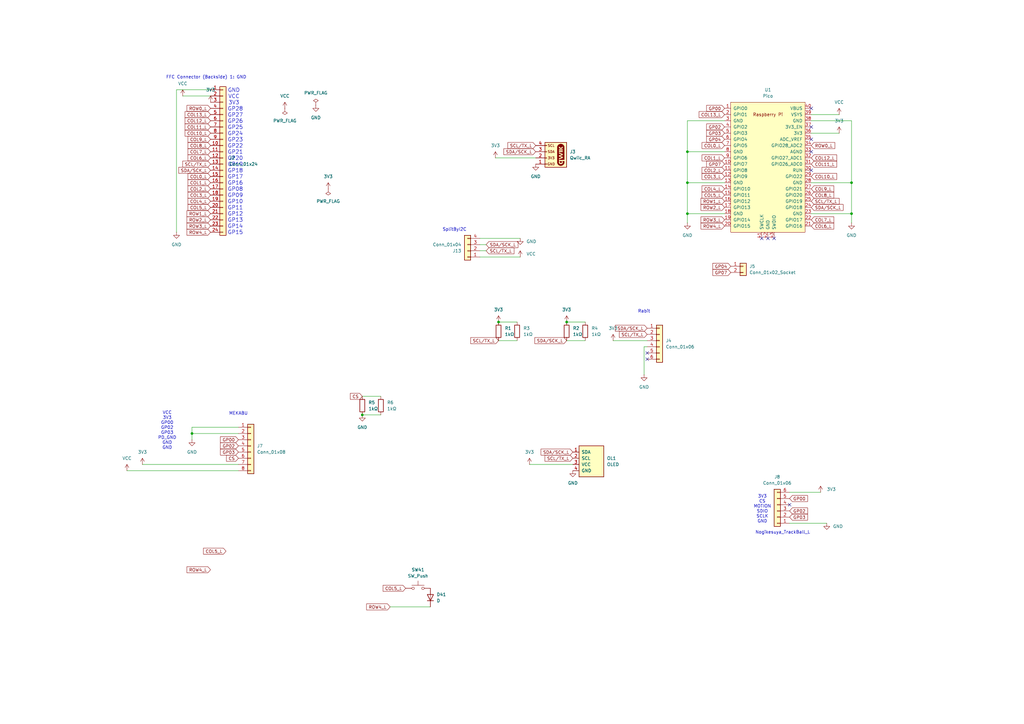
<source format=kicad_sch>
(kicad_sch (version 20250114) (generator "eeschema") (generator_version "9.0")
  (paper "A3")
  (lib_symbols
    (symbol "BrownSugar_KBD:OLED" (pin_names (offset 1.016))
      (property "Reference" "OL" (at 0 7.62 0))
      (property "Value" "OLED" (at 0 -7.62 0))
      (symbol "OLED_0_1"
        (rectangle (start -5.08 6.35) (end 5.08 -6.35) (stroke (width 0.254)) (fill (type background)))
      )
      (symbol "OLED_1_1"
        (pin bidirectional line (at -7.62 3.81 0) (length 2.54) (name "SDA") (number "1"))
        (pin bidirectional line (at -7.62 1.27 0) (length 2.54) (name "SCL") (number "2"))
        (pin power_in line (at -7.62 -1.27 0) (length 2.54) (name "VCC") (number "3"))
        (pin power_in line (at -7.62 -3.81 0) (length 2.54) (name "GND") (number "4"))
      )
    )
    (symbol "Connector_Generic:Conn_01x02" (pin_names (offset 1.016) (hide yes))
      (property "Reference" "J" (at 0 2.54 0))
      (property "Value" "Conn_01x02" (at 0 -5.08 0))
      (symbol "Conn_01x02_1_1"
        (rectangle (start -1.27 1.27) (end 1.27 -3.81) (stroke (width 0.254)) (fill (type background)))
        (rectangle (start -1.27 0.127) (end 0 -0.127) (stroke (width 0.1524)))
        (rectangle (start -1.27 -2.413) (end 0 -2.667) (stroke (width 0.1524)))
        (pin passive line (at -5.08 0 0) (length 3.81) (name "Pin_1") (number "1"))
        (pin passive line (at -5.08 -2.54 0) (length 3.81) (name "Pin_2") (number "2"))
      )
    )
    (symbol "Connector_Generic:Conn_01x04" (pin_names (offset 1.016) (hide yes))
      (property "Reference" "J" (at 0 5.08 0))
      (property "Value" "Conn_01x04" (at 0 -7.62 0))
      (symbol "Conn_01x04_1_1"
        (rectangle (start -1.27 3.81) (end 1.27 -6.35) (stroke (width 0.254)) (fill (type background)))
        (rectangle (start -1.27 2.667) (end 0 2.413) (stroke (width 0.1524)))
        (rectangle (start -1.27 0.127) (end 0 -0.127) (stroke (width 0.1524)))
        (rectangle (start -1.27 -2.413) (end 0 -2.667) (stroke (width 0.1524)))
        (rectangle (start -1.27 -4.953) (end 0 -5.207) (stroke (width 0.1524)))
        (pin passive line (at -5.08 2.54 0) (length 3.81) (name "Pin_1") (number "1"))
        (pin passive line (at -5.08 0 0) (length 3.81) (name "Pin_2") (number "2"))
        (pin passive line (at -5.08 -2.54 0) (length 3.81) (name "Pin_3") (number "3"))
        (pin passive line (at -5.08 -5.08 0) (length 3.81) (name "Pin_4") (number "4"))
      )
    )
    (symbol "Connector_Generic:Conn_01x06" (pin_names (offset 1.016) (hide yes))
      (property "Reference" "J" (at 0 7.62 0))
      (property "Value" "Conn_01x06" (at 0 -10.16 0))
      (symbol "Conn_01x06_1_1"
        (rectangle (start -1.27 6.35) (end 1.27 -8.89) (stroke (width 0.254)) (fill (type background)))
        (rectangle (start -1.27 5.207) (end 0 4.953) (stroke (width 0.1524)))
        (rectangle (start -1.27 2.667) (end 0 2.413) (stroke (width 0.1524)))
        (rectangle (start -1.27 0.127) (end 0 -0.127) (stroke (width 0.1524)))
        (rectangle (start -1.27 -2.413) (end 0 -2.667) (stroke (width 0.1524)))
        (rectangle (start -1.27 -4.953) (end 0 -5.207) (stroke (width 0.1524)))
        (rectangle (start -1.27 -7.493) (end 0 -7.747) (stroke (width 0.1524)))
        (pin passive line (at -5.08 5.08 0) (length 3.81) (name "Pin_1") (number "1"))
        (pin passive line (at -5.08 2.54 0) (length 3.81) (name "Pin_2") (number "2"))
        (pin passive line (at -5.08 0 0) (length 3.81) (name "Pin_3") (number "3"))
        (pin passive line (at -5.08 -2.54 0) (length 3.81) (name "Pin_4") (number "4"))
        (pin passive line (at -5.08 -5.08 0) (length 3.81) (name "Pin_5") (number "5"))
        (pin passive line (at -5.08 -7.62 0) (length 3.81) (name "Pin_6") (number "6"))
      )
    )
    (symbol "Connector_Generic:Conn_01x08" (pin_names (offset 1.016) (hide yes))
      (property "Reference" "J" (at 0 10.16 0))
      (property "Value" "Conn_01x08" (at 0 -12.7 0))
      (symbol "Conn_01x08_1_1"
        (rectangle (start -1.27 8.89) (end 1.27 -11.43) (stroke (width 0.254)) (fill (type background)))
        (rectangle (start -1.27 7.747) (end 0 7.493) (stroke (width 0.1524)))
        (rectangle (start -1.27 5.207) (end 0 4.953) (stroke (width 0.1524)))
        (rectangle (start -1.27 2.667) (end 0 2.413) (stroke (width 0.1524)))
        (rectangle (start -1.27 0.127) (end 0 -0.127) (stroke (width 0.1524)))
        (rectangle (start -1.27 -2.413) (end 0 -2.667) (stroke (width 0.1524)))
        (rectangle (start -1.27 -4.953) (end 0 -5.207) (stroke (width 0.1524)))
        (rectangle (start -1.27 -7.493) (end 0 -7.747) (stroke (width 0.1524)))
        (rectangle (start -1.27 -10.033) (end 0 -10.287) (stroke (width 0.1524)))
        (pin passive line (at -5.08 7.62 0) (length 3.81) (name "Pin_1") (number "1"))
        (pin passive line (at -5.08 5.08 0) (length 3.81) (name "Pin_2") (number "2"))
        (pin passive line (at -5.08 2.54 0) (length 3.81) (name "Pin_3") (number "3"))
        (pin passive line (at -5.08 0 0) (length 3.81) (name "Pin_4") (number "4"))
        (pin passive line (at -5.08 -2.54 0) (length 3.81) (name "Pin_5") (number "5"))
        (pin passive line (at -5.08 -5.08 0) (length 3.81) (name "Pin_6") (number "6"))
        (pin passive line (at -5.08 -7.62 0) (length 3.81) (name "Pin_7") (number "7"))
        (pin passive line (at -5.08 -10.16 0) (length 3.81) (name "Pin_8") (number "8"))
      )
    )
    (symbol "Connector_Generic:Conn_01x24" (pin_names (offset 1.016) (hide yes))
      (property "Reference" "J" (at 0 30.48 0))
      (property "Value" "Conn_01x24" (at 0 -33.02 0))
      (symbol "Conn_01x24_1_1"
        (rectangle (start -1.27 29.21) (end 1.27 -31.75) (stroke (width 0.254)) (fill (type background)))
        (rectangle (start -1.27 28.067) (end 0 27.813) (stroke (width 0.1524)))
        (rectangle (start -1.27 25.527) (end 0 25.273) (stroke (width 0.1524)))
        (rectangle (start -1.27 22.987) (end 0 22.733) (stroke (width 0.1524)))
        (rectangle (start -1.27 20.447) (end 0 20.193) (stroke (width 0.1524)))
        (rectangle (start -1.27 17.907) (end 0 17.653) (stroke (width 0.1524)))
        (rectangle (start -1.27 15.367) (end 0 15.113) (stroke (width 0.1524)))
        (rectangle (start -1.27 12.827) (end 0 12.573) (stroke (width 0.1524)))
        (rectangle (start -1.27 10.287) (end 0 10.033) (stroke (width 0.1524)))
        (rectangle (start -1.27 7.747) (end 0 7.493) (stroke (width 0.1524)))
        (rectangle (start -1.27 5.207) (end 0 4.953) (stroke (width 0.1524)))
        (rectangle (start -1.27 2.667) (end 0 2.413) (stroke (width 0.1524)))
        (rectangle (start -1.27 0.127) (end 0 -0.127) (stroke (width 0.1524)))
        (rectangle (start -1.27 -2.413) (end 0 -2.667) (stroke (width 0.1524)))
        (rectangle (start -1.27 -4.953) (end 0 -5.207) (stroke (width 0.1524)))
        (rectangle (start -1.27 -7.493) (end 0 -7.747) (stroke (width 0.1524)))
        (rectangle (start -1.27 -10.033) (end 0 -10.287) (stroke (width 0.1524)))
        (rectangle (start -1.27 -12.573) (end 0 -12.827) (stroke (width 0.1524)))
        (rectangle (start -1.27 -15.113) (end 0 -15.367) (stroke (width 0.1524)))
        (rectangle (start -1.27 -17.653) (end 0 -17.907) (stroke (width 0.1524)))
        (rectangle (start -1.27 -20.193) (end 0 -20.447) (stroke (width 0.1524)))
        (rectangle (start -1.27 -22.733) (end 0 -22.987) (stroke (width 0.1524)))
        (rectangle (start -1.27 -25.273) (end 0 -25.527) (stroke (width 0.1524)))
        (rectangle (start -1.27 -27.813) (end 0 -28.067) (stroke (width 0.1524)))
        (rectangle (start -1.27 -30.353) (end 0 -30.607) (stroke (width 0.1524)))
        (pin passive line (at -5.08 27.94 0) (length 3.81) (name "Pin_1") (number "1"))
        (pin passive line (at -5.08 25.4 0) (length 3.81) (name "Pin_2") (number "2"))
        (pin passive line (at -5.08 22.86 0) (length 3.81) (name "Pin_3") (number "3"))
        (pin passive line (at -5.08 20.32 0) (length 3.81) (name "Pin_4") (number "4"))
        (pin passive line (at -5.08 17.78 0) (length 3.81) (name "Pin_5") (number "5"))
        (pin passive line (at -5.08 15.24 0) (length 3.81) (name "Pin_6") (number "6"))
        (pin passive line (at -5.08 12.7 0) (length 3.81) (name "Pin_7") (number "7"))
        (pin passive line (at -5.08 10.16 0) (length 3.81) (name "Pin_8") (number "8"))
        (pin passive line (at -5.08 7.62 0) (length 3.81) (name "Pin_9") (number "9"))
        (pin passive line (at -5.08 5.08 0) (length 3.81) (name "Pin_10") (number "10"))
        (pin passive line (at -5.08 2.54 0) (length 3.81) (name "Pin_11") (number "11"))
        (pin passive line (at -5.08 0 0) (length 3.81) (name "Pin_12") (number "12"))
        (pin passive line (at -5.08 -2.54 0) (length 3.81) (name "Pin_13") (number "13"))
        (pin passive line (at -5.08 -5.08 0) (length 3.81) (name "Pin_14") (number "14"))
        (pin passive line (at -5.08 -7.62 0) (length 3.81) (name "Pin_15") (number "15"))
        (pin passive line (at -5.08 -10.16 0) (length 3.81) (name "Pin_16") (number "16"))
        (pin passive line (at -5.08 -12.7 0) (length 3.81) (name "Pin_17") (number "17"))
        (pin passive line (at -5.08 -15.24 0) (length 3.81) (name "Pin_18") (number "18"))
        (pin passive line (at -5.08 -17.78 0) (length 3.81) (name "Pin_19") (number "19"))
        (pin passive line (at -5.08 -20.32 0) (length 3.81) (name "Pin_20") (number "20"))
        (pin passive line (at -5.08 -22.86 0) (length 3.81) (name "Pin_21") (number "21"))
        (pin passive line (at -5.08 -25.4 0) (length 3.81) (name "Pin_22") (number "22"))
        (pin passive line (at -5.08 -27.94 0) (length 3.81) (name "Pin_23") (number "23"))
        (pin passive line (at -5.08 -30.48 0) (length 3.81) (name "Pin_24") (number "24"))
      )
    )
    (symbol "Device:D" (pin_numbers (hide yes)) (pin_names (offset 1.016) (hide yes))
      (property "Reference" "D" (at 0 2.54 0))
      (property "Value" "D" (at 0 -2.54 0))
      (symbol "D_0_1"
        (polyline (pts (xy -1.27 1.27) (xy -1.27 -1.27)) (stroke (width 0.254)))
        (polyline (pts (xy 1.27 1.27) (xy 1.27 -1.27) (xy -1.27 0) (xy 1.27 1.27)) (stroke (width 0.254)))
        (polyline (pts (xy 1.27 0) (xy -1.27 0)))
      )
      (symbol "D_1_1"
        (pin passive line (at -3.81 0 0) (length 2.54) (name "K") (number "1"))
        (pin passive line (at 3.81 0 180) (length 2.54) (name "A") (number "2"))
      )
    )
    (symbol "Device:R" (pin_numbers (hide yes)) (pin_names (offset 0))
      (property "Reference" "R" (at 2.032 0 90))
      (property "Value" "R" (at 0 0 90))
      (symbol "R_0_1"
        (rectangle (start -1.016 -2.54) (end 1.016 2.54) (stroke (width 0.254)))
      )
      (symbol "R_1_1"
        (pin passive line (at 0 3.81 270) (length 1.27) (name "~") (number "1"))
        (pin passive line (at 0 -3.81 90) (length 1.27) (name "~") (number "2"))
      )
    )
    (symbol "RPi_Pico:Pico" (pin_names (offset 1.016))
      (property "Reference" "U" (at -13.97 27.94 0))
      (property "Value" "Pico" (at 0 19.05 0))
      (symbol "Pico_0_0"
        (text "Raspberry Pi" (at 0 21.59 0) (effects (font (size 1.27 1.27))))
      )
      (symbol "Pico_0_1"
        (rectangle (start -15.24 26.67) (end 15.24 -26.67) (fill (type background)))
      )
      (symbol "Pico_1_1"
        (pin bidirectional line (at -17.78 24.13 0) (length 2.54) (name "GPIO0") (number "1"))
        (pin bidirectional line (at -17.78 21.59 0) (length 2.54) (name "GPIO1") (number "2"))
        (pin power_in line (at -17.78 19.05 0) (length 2.54) (name "GND") (number "3"))
        (pin bidirectional line (at -17.78 16.51 0) (length 2.54) (name "GPIO2") (number "4"))
        (pin bidirectional line (at -17.78 13.97 0) (length 2.54) (name "GPIO3") (number "5"))
        (pin bidirectional line (at -17.78 11.43 0) (length 2.54) (name "GPIO4") (number "6"))
        (pin bidirectional line (at -17.78 8.89 0) (length 2.54) (name "GPIO5") (number "7"))
        (pin power_in line (at -17.78 6.35 0) (length 2.54) (name "GND") (number "8"))
        (pin bidirectional line (at -17.78 3.81 0) (length 2.54) (name "GPIO6") (number "9"))
        (pin bidirectional line (at -17.78 1.27 0) (length 2.54) (name "GPIO7") (number "10"))
        (pin bidirectional line (at -17.78 -1.27 0) (length 2.54) (name "GPIO8") (number "11"))
        (pin bidirectional line (at -17.78 -3.81 0) (length 2.54) (name "GPIO9") (number "12"))
        (pin power_in line (at -17.78 -6.35 0) (length 2.54) (name "GND") (number "13"))
        (pin bidirectional line (at -17.78 -8.89 0) (length 2.54) (name "GPIO10") (number "14"))
        (pin bidirectional line (at -17.78 -11.43 0) (length 2.54) (name "GPIO11") (number "15"))
        (pin bidirectional line (at -17.78 -13.97 0) (length 2.54) (name "GPIO12") (number "16"))
        (pin bidirectional line (at -17.78 -16.51 0) (length 2.54) (name "GPIO13") (number "17"))
        (pin power_in line (at -17.78 -19.05 0) (length 2.54) (name "GND") (number "18"))
        (pin bidirectional line (at -17.78 -21.59 0) (length 2.54) (name "GPIO14") (number "19"))
        (pin bidirectional line (at -17.78 -24.13 0) (length 2.54) (name "GPIO15") (number "20"))
        (pin input line (at -2.54 -29.21 90) (length 2.54) (name "SWCLK") (number "41"))
        (pin power_in line (at 0 -29.21 90) (length 2.54) (name "GND") (number "42"))
        (pin bidirectional line (at 2.54 -29.21 90) (length 2.54) (name "SWDIO") (number "43"))
        (pin unspecified line (at 17.78 24.13 180) (length 2.54) (name "VBUS") (number "40"))
        (pin unspecified line (at 17.78 21.59 180) (length 2.54) (name "VSYS") (number "39"))
        (pin bidirectional line (at 17.78 19.05 180) (length 2.54) (name "GND") (number "38"))
        (pin input line (at 17.78 16.51 180) (length 2.54) (name "3V3_EN") (number "37"))
        (pin unspecified line (at 17.78 13.97 180) (length 2.54) (name "3V3") (number "36"))
        (pin unspecified line (at 17.78 11.43 180) (length 2.54) (name "ADC_VREF") (number "35"))
        (pin bidirectional line (at 17.78 8.89 180) (length 2.54) (name "GPIO28_ADC2") (number "34"))
        (pin power_in line (at 17.78 6.35 180) (length 2.54) (name "AGND") (number "33"))
        (pin bidirectional line (at 17.78 3.81 180) (length 2.54) (name "GPIO27_ADC1") (number "32"))
        (pin bidirectional line (at 17.78 1.27 180) (length 2.54) (name "GPIO26_ADC0") (number "31"))
        (pin input line (at 17.78 -1.27 180) (length 2.54) (name "RUN") (number "30"))
        (pin bidirectional line (at 17.78 -3.81 180) (length 2.54) (name "GPIO22") (number "29"))
        (pin power_in line (at 17.78 -6.35 180) (length 2.54) (name "GND") (number "28"))
        (pin bidirectional line (at 17.78 -8.89 180) (length 2.54) (name "GPIO21") (number "27"))
        (pin bidirectional line (at 17.78 -11.43 180) (length 2.54) (name "GPIO20") (number "26"))
        (pin bidirectional line (at 17.78 -13.97 180) (length 2.54) (name "GPIO19") (number "25"))
        (pin bidirectional line (at 17.78 -16.51 180) (length 2.54) (name "GPIO18") (number "24"))
        (pin power_in line (at 17.78 -19.05 180) (length 2.54) (name "GND") (number "23"))
        (pin bidirectional line (at 17.78 -21.59 180) (length 2.54) (name "GPIO17") (number "22"))
        (pin bidirectional line (at 17.78 -24.13 180) (length 2.54) (name "GPIO16") (number "21"))
      )
    )
    (symbol "SparkFun-Connector:Qwiic_Right_Angle" (pin_names (offset 1.016) (hide yes))
      (property "Reference" "J" (at 0 5.08 0))
      (property "Value" "Qwiic_RA" (at 0 -7.62 0))
      (symbol "Qwiic_Right_Angle_0_0"
        (polyline (pts (xy 5.6514 -4.1459) (xy 5.6299 -4.0654) (xy 5.5924 -3.9985) (xy 5.5373 -3.9428) (xy 5.4632 -3.8962) (xy 5.4394 -3.8843) (xy 5.402 -3.8678) (xy 5.3681 -3.8578) (xy 5.3294 -3.8521) (xy 5.2774 -3.8485) (xy 5.2184 -3.8474) (xy 5.1227 -3.8564) (xy 5.0405 -3.8803) (xy 4.9695 -3.9199) (xy 4.9078 -3.9759) (xy 4.8937 -3.9923) (xy 4.8535 -4.0549) (xy 4.8308 -4.124) (xy 4.8237 -4.2048) (xy 4.8239 -4.222) (xy 4.8343 -4.3011) (xy 4.8608 -4.3692) (xy 4.9051 -4.4308) (xy 4.9328 -4.4589) (xy 5.0009 -4.509) (xy 5.0793 -4.5424) (xy 5.1699 -4.5595) (xy 5.2745 -4.5612) (xy 5.3262 -4.5564) (xy 5.4199 -4.5347) (xy 5.4992 -4.4971) (xy 5.5638 -4.444) (xy 5.6131 -4.3757) (xy 5.6467 -4.2926) (xy 5.65 -4.2788) (xy 5.656 -4.2325) (xy 5.6563 -4.1875) (xy 5.6514 -4.1459)) (stroke (width 0.01)) (fill (type outline)))
        (polyline (pts (xy 6.6693 -0.6791) (xy 6.666 1.9332) (xy 6.6418 2.0386) (xy 6.6301 2.0866) (xy 6.5791 2.2527) (xy 6.5141 2.404) (xy 6.4337 2.5432) (xy 6.3364 2.673) (xy 6.2208 2.7959) (xy 6.1699 2.8428) (xy 6.0305 2.9527) (xy 5.8839 3.0422) (xy 5.7295 3.1115) (xy 5.5668 3.1608) (xy 5.3953 3.1902) (xy 5.2146 3.1999) (xy 5.1695 3.1994) (xy 5.0056 3.1868) (xy 4.8507 3.1568) (xy 4.7006 3.1083) (xy 4.5508 3.0404) (xy 4.5104 3.0187) (xy 4.3609 2.9237) (xy 4.2262 2.8129) (xy 4.1067 2.6872) (xy 4.0032 2.5475) (xy 3.9162 2.3947) (xy 3.8466 2.2295) (xy 3.7947 2.0528) (xy 3.7931 2.0453) (xy 3.7912 2.0356) (xy 3.7895 2.0242) (xy 3.7879 2.0106) (xy 3.7864 1.9938) (xy 3.785 1.9733) (xy 3.7837 1.9481) (xy 3.7825 1.9176) (xy 3.7815 1.8811) (xy 3.7805 1.8377) (xy 3.7796 1.7868) (xy 3.7789 1.7275) (xy 3.7781 1.6592) (xy 3.7775 1.5811) (xy 3.777 1.4925) (xy 3.7765 1.3925) (xy 3.7761 1.2805) (xy 3.7757 1.1557) (xy 3.7754 1.0174) (xy 3.7751 0.8648) (xy 3.7749 0.6972) (xy 3.7748 0.5138) (xy 3.7746 0.3139) (xy 3.7745 0.0967) (xy 3.7745 -0.1385) (xy 3.7744 -0.3925) (xy 3.7744 -0.666) (xy 3.7744 -0.9597) (xy 3.7744 -1.2744) (xy 3.7744 -4.5147) (xy 3.8041 -4.6318) (xy 3.8237 -4.7026) (xy 3.8837 -4.868) (xy 3.9606 -5.0206) (xy 4.0556 -5.1623) (xy 4.1695 -5.2947) (xy 4.2945 -5.4115) (xy 4.4355 -5.5159) (xy 4.5859 -5.6007) (xy 4.7459 -5.6661) (xy 4.916 -5.7122) (xy 5.0965 -5.7394) (xy 5.2571 -5.7442) (xy 5.4226 -5.7293) (xy 5.5891 -5.6949) (xy 5.7533 -5.6416) (xy 5.8236 -5.6121) (xy 5.9729 -5.5329) (xy 6.1112 -5.4365) (xy 6.237 -5.3244) (xy 6.3494 -5.1984) (xy 6.4469 -5.0601) (xy 6.5284 -4.9112) (xy 6.5926 -4.7532) (xy 6.6384 -4.5879) (xy 6.6645 -4.4168) (xy 6.6652 -4.405) (xy 6.6664 -4.3703) (xy 6.6676 -4.3199) (xy 6.6687 -4.2572) (xy 6.6696 -4.1859) (xy 6.6703 -4.1097) (xy 6.6721 -3.846) (xy 6.2655 -3.846) (xy 5.8589 -3.846) (xy 5.9219 -3.9104) (xy 5.9349 -3.9241) (xy 6.0001 -4.0112) (xy 6.0471 -4.1097) (xy 6.0754 -4.2189) (xy 6.085 -4.338) (xy 6.0781 -4.4509) (xy 6.0523 -4.5755) (xy 6.0066 -4.6941) (xy 5.952 -4.7864) (xy 5.8765 -4.8752) (xy 5.7858 -4.9517) (xy 5.6826 -5.0132) (xy 5.6313 -5.0372) (xy 5.5644 -5.0638) (xy 5.4981 -5.0834) (xy 5.4249 -5.0981) (xy 5.3375 -5.1098) (xy 5.2452 -5.1158) (xy 5.122 -5.1113) (xy 5.0004 -5.0938) (xy 4.8864 -5.0641) (xy 4.7856 -5.0232) (xy 4.6831 -4.9619) (xy 4.5878 -4.8817) (xy 4.5089 -4.7878) (xy 4.4472 -4.6811) (xy 4.4036 -4.5627) (xy 4.4031 -4.5611) (xy 4.3912 -4.4987) (xy 4.3845 -4.4244) (xy 4.3831 -4.3446) (xy 4.3869 -4.2661) (xy 4.3957 -4.1956) (xy 4.4094 -4.1396) (xy 4.4322 -4.082) (xy 4.485 -3.9879) (xy 4.5552 -3.9031) (xy 4.6109 -3.846) (xy 4.5052 -3.846) (xy 4.3996 -3.846) (xy 4.3996 -3.5687) (xy 4.3996 -3.2914) (xy 4.405 -3.2914) (xy 4.405 -3.2023) (xy 4.4021 -2.9296) (xy 4.4018 -2.8964) (xy 4.4015 -2.8076) (xy 4.4023 -2.7393) (xy 4.4041 -2.6908) (xy 4.407 -2.6611) (xy 4.4111 -2.6495) (xy 4.4137 -2.6484) (xy 4.434 -2.6418) (xy 4.4723 -2.6298) (xy 4.5268 -2.6132) (xy 4.5954 -2.5924) (xy 4.6761 -2.5683) (xy 4.767 -2.5412) (xy 4.866 -2.5118) (xy 4.9713 -2.4808) (xy 5.0173 -2.4672) (xy 5.119 -2.4369) (xy 5.2131 -2.4086) (xy 5.2977 -2.3828) (xy 5.3709 -2.3601) (xy 5.4307 -2.3411) (xy 5.4753 -2.3264) (xy 5.5029 -2.3166) (xy 5.5114 -2.3123) (xy 5.505 -2.3098) (xy 5.4796 -2.3016) (xy 5.4371 -2.2885) (xy 5.3794 -2.2711) (xy 5.3088 -2.2502) (xy 5.2275 -2.2264) (xy 5.1375 -2.2002) (xy 5.0411 -2.1724) (xy 4.9851 -2.1562) (xy 4.8864 -2.1278) (xy 4.7926 -2.1007) (xy 4.7062 -2.0757) (xy 4.63 -2.0536) (xy 4.5666 -2.0351) (xy 4.5187 -2.0211) (xy 4.4891 -2.0123) (xy 4.3992 -1.9852) (xy 4.4021 -1.7229) (xy 4.405 -1.4606) (xy 4.5844 -1.4084) (xy 4.6163 -1.3992) (xy 4.7739 -1.3533) (xy 4.9121 -1.3131) (xy 5.0321 -1.278) (xy 5.1352 -1.2478) (xy 5.2224 -1.2221) (xy 5.2951 -1.2004) (xy 5.3545 -1.1824) (xy 5.4018 -1.1676) (xy 5.4382 -1.1558) (xy 5.465 -1.1465) (xy 5.4834 -1.1392) (xy 5.4945 -1.1338) (xy 5.4997 -1.1296) (xy 5.5001 -1.1264) (xy 5.497 -1.1238) (xy 5.4915 -1.1214) (xy 5.4896 -1.1207) (xy 5.4687 -1.114) (xy 5.4296 -1.1019) (xy 5.3743 -1.0851) (xy 5.3049 -1.0643) (xy 5.2237 -1.04) (xy 5.1326 -1.013) (xy 5.0339 -0.9838) (xy 4.9297 -0.9531) (xy 4.3996 -0.7973) (xy 4.3996 -0.533) (xy 4.3997 -0.479) (xy 4.4004 -0.4111) (xy 4.4015 -0.3532) (xy 4.4029 -0.3082) (xy 4.4047 -0.279) (xy 4.4066 -0.2687) (xy 4.409 -0.2694) (xy 4.4284 -0.2761) (xy 4.4661 -0.2895) (xy 4.5204 -0.309) (xy 4.5899 -0.3341) (xy 4.6729 -0.3642) (xy 4.7681 -0.3988) (xy 4.8737 -0.4372) (xy 4.9883 -0.479) (xy 5.1104 -0.5236) (xy 5.2384 -0.5703) (xy 6.0632 -0.872) (xy 6.0632 -0.1926) (xy 5.2314 -0.1926) (xy 4.3996 -0.1926) (xy 4.3996 0.0793) (xy 4.3996 0.3511) (xy 5.2314 0.3511) (xy 6.0632 0.3511) (xy 6.0632 0.4598) (xy 5.2314 0.4598) (xy 4.3996 0.4598) (xy 4.3996 0.7317) (xy 4.3996 1.0035) (xy 5.2314 1.0035) (xy 5.2368 1.0035) (xy 5.2368 1.1177) (xy 5.1465 1.1192) (xy 5.0667 1.1248) (xy 4.9975 1.1357) (xy 4.9332 1.1532) (xy 4.8683 1.1784) (xy 4.7971 1.2126) (xy 4.7662 1.2298) (xy 4.6808 1.2903) (xy 4.6008 1.3651) (xy 4.5314 1.4489) (xy 4.4781 1.5363) (xy 4.4686 1.5557) (xy 4.4306 1.6462) (xy 4.4052 1.7353) (xy 4.3905 1.8304) (xy 4.385 1.9386) (xy 4.3833 2.0745) (xy 4.6089 2.0775) (xy 4.8345 2.0804) (xy 4.8348 1.9959) (xy 4.8368 1.9483) (xy 4.8488 1.8858) (xy 4.8738 1.8316) (xy 4.9144 1.7788) (xy 4.9734 1.7289) (xy 5.0458 1.6921) (xy 5.1277 1.6689) (xy 5.215 1.6593) (xy 5.3038 1.6635) (xy 5.3902 1.6815) (xy 5.4702 1.7136) (xy 5.54 1.7597) (xy 5.5733 1.7923) (xy 5.6073 1.844) (xy 5.628 1.9066) (xy 5.6372 1.9843) (xy 5.6418 2.0804) (xy 5.8607 2.0775) (xy 6.0795 2.0745) (xy 6.0811 1.9712) (xy 6.0811 1.9207) (xy 6.0739 1.8134) (xy 6.0554 1.7157) (xy 6.024 1.6204) (xy 5.9781 1.5204) (xy 5.9341 1.4457) (xy 5.8571 1.3499) (xy 5.7651 1.2695) (xy 5.6591 1.2056) (xy 5.6251 1.1892) (xy 5.5646 1.1627) (xy 5.5097 1.1435) (xy 5.4549 1.1305) (xy 5.3948 1.1226) (xy 5.3239 1.1188) (xy 5.2368 1.1177) (xy 5.2368 1.0035) (xy 6.0632 1.0035) (xy 6.0632 0.7317) (xy 6.0632 0.4598) (xy 6.0632 0.3511) (xy 6.0632 0.0793) (xy 6.0632 -0.1926) (xy 6.0632 -0.872) (xy 6.0632 -1.1439) (xy 6.0632 -1.4158) (xy 5.552 -1.5728) (xy 5.5357 -1.5778) (xy 5.4361 -1.6086) (xy 5.3436 -1.6376) (xy 5.2603 -1.6641) (xy 5.1881 -1.6874) (xy 5.129 -1.707) (xy 5.0848 -1.7222) (xy 5.0575 -1.7324) (xy 5.0491 -1.7369) (xy 5.0493 -1.737) (xy 5.0624 -1.742) (xy 5.094 -1.7527) (xy 5.1423 -1.7684) (xy 5.2051 -1.7886) (xy 5.2803 -1.8124) (xy 5.3659 -1.8394) (xy 5.46 -1.8688) (xy 5.5603 -1.9) (xy 6.0632 -2.0559) (xy 6.063 -2.3284) (xy 6.0628 -2.601) (xy 5.2339 -2.9017) (xy 4.405 -3.2023) (xy 4.405 -3.2914) (xy 5.5361 -3.2914) (xy 6.6725 -3.2914) (xy 6.6693 -0.6791)) (stroke (width 0.01)) (fill (type outline)))
      )
      (symbol "Qwiic_Right_Angle_1_1"
        (rectangle (start -1.27 3.81) (end 7.62 -6.35) (stroke (width 0.254)) (fill (type background)))
        (rectangle (start -1.27 2.667) (end -0.508 2.413) (stroke (width 0.1524)))
        (rectangle (start -1.27 0.127) (end -0.508 -0.127) (stroke (width 0.1524)))
        (rectangle (start -1.27 -2.413) (end -0.508 -2.667) (stroke (width 0.1524)))
        (rectangle (start -1.27 -4.953) (end -0.508 -5.207) (stroke (width 0.1524)))
        (text "SCL" (at 1.27 2.54 0) (effects (font (size 1 1))))
        (text "SDA" (at 1.27 0 0) (effects (font (size 1 1))))
        (text "3V3" (at 1.27 -2.54 0) (effects (font (size 1 1))))
        (text "GND" (at 1.27 -5.08 0) (effects (font (size 1 1))))
        (pin passive line (at -5.08 2.54 0) (length 3.81) (name "Pin_4") (number "4"))
        (pin passive line (at -5.08 0 0) (length 3.81) (name "Pin_3") (number "3"))
        (pin passive line (at -5.08 -2.54 0) (length 3.81) (name "Pin_2") (number "2"))
        (pin passive line (at -5.08 -5.08 0) (length 3.81) (name "Pin_1") (number "1"))
        (pin no_connect line (at 5.08 3.81 270) (length 2.54) (hide yes) (name "NC") (number "NC1"))
        (pin no_connect line (at 6.35 3.81 270) (length 2.54) (hide yes) (name "NC") (number "NC2"))
      )
    )
    (symbol "Switch:SW_Push" (pin_numbers (hide yes)) (pin_names (offset 1.016) (hide yes))
      (property "Reference" "SW" (at 1.27 2.54 0))
      (property "Value" "SW_Push" (at 0 -1.524 0))
      (symbol "SW_Push_0_1"
        (circle (center -2.032 0) (radius 0.508))
        (polyline (pts (xy 0 1.27) (xy 0 3.048)))
        (circle (center 2.032 0) (radius 0.508))
        (polyline (pts (xy 2.54 1.27) (xy -2.54 1.27)))
        (pin passive line (at -5.08 0 0) (length 2.54) (name "1") (number "1"))
        (pin passive line (at 5.08 0 180) (length 2.54) (name "2") (number "2"))
      )
    )
    (symbol "power:GND" (power) (pin_numbers (hide yes)) (pin_names (offset 0) (hide yes))
      (property "Value" "GND" (at 0 -3.81 0))
      (symbol "GND_0_1"
        (polyline (pts (xy 0 0) (xy 0 -1.27) (xy 1.27 -1.27) (xy 0 -2.54) (xy -1.27 -1.27) (xy 0 -1.27)))
      )
      (symbol "GND_1_1"
        (pin power_in line (at 0 0 270) (length 0) (name "~") (number "1"))
      )
    )
    (symbol "power:PWR_FLAG" (power) (pin_numbers (hide yes)) (pin_names (offset 0) (hide yes))
      (property "Value" "PWR_FLAG" (at 0 3.81 0))
      (symbol "PWR_FLAG_0_0"
        (pin power_out line (at 0 0 90) (length 0) (name "~") (number "1"))
      )
      (symbol "PWR_FLAG_0_1"
        (polyline (pts (xy 0 0) (xy 0 1.27) (xy -1.016 1.905) (xy 0 2.54) (xy 1.016 1.905) (xy 0 1.27)))
      )
    )
    (symbol "power:VCC" (power) (pin_numbers (hide yes)) (pin_names (offset 0) (hide yes))
      (property "Value" "VCC" (at 0 3.556 0))
      (symbol "VCC_0_1"
        (polyline (pts (xy -0.762 1.27) (xy 0 2.54)))
        (polyline (pts (xy 0 2.54) (xy 0.762 1.27)))
        (polyline (pts (xy 0 0) (xy 0 2.54)))
      )
      (symbol "VCC_1_1"
        (pin power_in line (at 0 0 90) (length 0) (name "~") (number "1"))
      )
    )
  )
  (text "VCC\n3V3\nGP00\nGP02\nGP03\nPD_GND\nGND\nGND" (at 68.58 176.53 0) (effects (font (size 1.27 1.27))))
  (text "Rabit" (at 264.16 127.762 0) (effects (font (size 1.27 1.27))))
  (text "MEKABU" (at 97.79 169.672 0) (effects (font (size 1.27 1.27))))
  (text "Nogikesuya_TrackBall_L" (at 321.056 218.44 0) (effects (font (size 1.27 1.27))))
  (text "3V3\nCS\nMOTION\nSDIO\nSCLK\nGND" (at 312.674 208.788 0) (effects (font (size 1.27 1.27))))
  (text "FFC Connector (Backside) １: GND" (at 84.582 31.75 0) (effects (font (size 1.27 1.27))))
  (text "SplitByI2C" (at 186.436 94.234 0) (effects (font (size 1.27 1.27))))
  (text "GND                                                                                 \nVCC                                                                                 \n3V3                                                                                 \nGP28                                                                                \nGP27                                                                                \nGP26                                                                                \nGP25                                                                                \nGP24                                                                                \nGP23                                                                                \nGP22                                                                                \nGP21                                                                                \nGP20                                                                                \nGP19                                                                                \nGP18                                                                                \nGP17                                                                                \nGP16                                                                                \nGP08                                                                                \nGP09                                                                                \nGP10                                                                                \nGP11                                                                                \nGP12                                                                                \nGP13                                                                                \nGP14                                                                                \nGP15                                                                                \n" (at 144.526 66.294 0) (effects (font (size 1.5748 1.5748))))
  (junction (at 281.94 62.23))
  (junction (at 204.47 132.08))
  (junction (at 232.41 132.08))
  (junction (at 349.25 74.93))
  (junction (at 281.94 74.93))
  (junction (at 78.74 177.8))
  (junction (at 349.25 87.63))
  (junction (at 281.94 87.63))
  (junction (at 148.59 170.18))
  (no_connect (at 317.5 97.79))
  (no_connect (at 332.74 69.85))
  (no_connect (at 332.74 44.45))
  (no_connect (at 265.43 144.78))
  (no_connect (at 323.85 207.01))
  (no_connect (at 332.74 52.07))
  (no_connect (at 314.96 97.79))
  (no_connect (at 312.42 97.79))
  (no_connect (at 265.43 147.32))
  (no_connect (at 332.74 62.23))
  (no_connect (at 332.74 57.15))
  (wire (pts (xy 204.47 139.7) (xy 212.09 139.7)))
  (wire (pts (xy 297.18 49.53) (xy 281.94 49.53)))
  (wire (pts (xy 349.25 49.53) (xy 349.25 74.93)))
  (wire (pts (xy 332.74 87.63) (xy 349.25 87.63)))
  (wire (pts (xy 204.47 132.08) (xy 212.09 132.08)))
  (wire (pts (xy 251.46 139.7) (xy 265.43 139.7)))
  (wire (pts (xy 349.25 91.44) (xy 349.25 87.63)))
  (wire (pts (xy 344.17 54.61) (xy 332.74 54.61)))
  (wire (pts (xy 281.94 87.63) (xy 297.18 87.63)))
  (wire (pts (xy 349.25 74.93) (xy 349.25 87.63)))
  (wire (pts (xy 160.02 248.92) (xy 176.53 248.92)))
  (wire (pts (xy 148.59 162.56) (xy 156.21 162.56)))
  (wire (pts (xy 232.41 139.7) (xy 240.03 139.7)))
  (wire (pts (xy 78.74 175.26) (xy 78.74 177.8)))
  (wire (pts (xy 72.39 36.83) (xy 72.39 95.25)))
  (wire (pts (xy 196.85 97.79) (xy 213.36 97.79)))
  (wire (pts (xy 196.85 102.87) (xy 199.39 102.87)))
  (wire (pts (xy 332.74 49.53) (xy 349.25 49.53)))
  (wire (pts (xy 281.94 49.53) (xy 281.94 62.23)))
  (wire (pts (xy 78.74 177.8) (xy 97.79 177.8)))
  (wire (pts (xy 281.94 74.93) (xy 281.94 87.63)))
  (wire (pts (xy 203.2 64.77) (xy 219.71 64.77)))
  (wire (pts (xy 217.17 190.5) (xy 234.95 190.5)))
  (wire (pts (xy 281.94 62.23) (xy 297.18 62.23)))
  (wire (pts (xy 281.94 87.63) (xy 281.94 91.44)))
  (wire (pts (xy 196.85 100.33) (xy 199.39 100.33)))
  (wire (pts (xy 339.09 214.63) (xy 323.85 214.63)))
  (wire (pts (xy 74.93 39.37) (xy 86.36 39.37)))
  (wire (pts (xy 281.94 74.93) (xy 297.18 74.93)))
  (wire (pts (xy 232.41 132.08) (xy 240.03 132.08)))
  (wire (pts (xy 52.07 193.04) (xy 97.79 193.04)))
  (wire (pts (xy 281.94 62.23) (xy 281.94 74.93)))
  (wire (pts (xy 264.16 142.24) (xy 265.43 142.24)))
  (wire (pts (xy 264.16 153.67) (xy 264.16 142.24)))
  (wire (pts (xy 344.17 46.99) (xy 332.74 46.99)))
  (wire (pts (xy 213.36 105.41) (xy 196.85 105.41)))
  (wire (pts (xy 332.74 74.93) (xy 349.25 74.93)))
  (wire (pts (xy 78.74 177.8) (xy 78.74 180.34)))
  (wire (pts (xy 323.85 201.93) (xy 336.55 201.93)))
  (wire (pts (xy 148.59 170.18) (xy 156.21 170.18)))
  (wire (pts (xy 86.36 36.83) (xy 72.39 36.83)))
  (wire (pts (xy 97.79 175.26) (xy 78.74 175.26)))
  (wire (pts (xy 58.42 190.5) (xy 97.79 190.5)))
  (global_label "COL7_L" (shape input) (at 332.74 90.17 0) (property "Intersheetrefs" "${INTERSHEET_REFS}" (effects (hide yes))))
  (global_label "SCL{slash}TX_L" (shape input) (at 332.74 82.55 0) (property "Intersheetrefs" "${INTERSHEET_REFS}" (effects (hide yes))))
  (global_label "COL1_L" (shape input) (at 297.18 64.77 180) (property "Intersheetrefs" "${INTERSHEET_REFS}" (effects (hide yes))))
  (global_label "ROW4_L" (shape input) (at 86.36 95.25 180) (property "Intersheetrefs" "${INTERSHEET_REFS}" (effects (hide yes))))
  (global_label "COL11_L" (shape input) (at 86.36 52.07 180) (property "Intersheetrefs" "${INTERSHEET_REFS}" (effects (hide yes))))
  (global_label "GP02" (shape input) (at 297.18 52.07 180) (property "Intersheetrefs" "${INTERSHEET_REFS}" (effects (hide yes))))
  (global_label "COL5_L" (shape input) (at 297.18 80.01 180) (property "Intersheetrefs" "${INTERSHEET_REFS}" (effects (hide yes))))
  (global_label "COL2_L" (shape input) (at 297.18 69.85 180) (property "Intersheetrefs" "${INTERSHEET_REFS}" (effects (hide yes))))
  (global_label "SCL{slash}TX_L" (shape input) (at 86.36 67.31 180) (property "Intersheetrefs" "${INTERSHEET_REFS}" (effects (hide yes))))
  (global_label "GP04" (shape input) (at 297.18 57.15 180) (property "Intersheetrefs" "${INTERSHEET_REFS}" (effects (hide yes))))
  (global_label "ROW0_L" (shape input) (at 332.74 59.69 0) (property "Intersheetrefs" "${INTERSHEET_REFS}" (effects (hide yes))))
  (global_label "ROW3_L" (shape input) (at 86.36 92.71 180) (property "Intersheetrefs" "${INTERSHEET_REFS}" (effects (hide yes))))
  (global_label "COL5_L" (shape input) (at 86.36 85.09 180) (property "Intersheetrefs" "${INTERSHEET_REFS}" (effects (hide yes))))
  (global_label "COL11_L" (shape input) (at 332.74 67.31 0) (property "Intersheetrefs" "${INTERSHEET_REFS}" (effects (hide yes))))
  (global_label "COL12_L" (shape input) (at 86.36 49.53 180) (property "Intersheetrefs" "${INTERSHEET_REFS}" (effects (hide yes))))
  (global_label "GP03" (shape input) (at 323.85 212.09 0) (property "Intersheetrefs" "${INTERSHEET_REFS}" (effects (hide yes))))
  (global_label "COL1_L" (shape input) (at 86.36 74.93 180) (property "Intersheetrefs" "${INTERSHEET_REFS}" (effects (hide yes))))
  (global_label "SCL{slash}TX_L" (shape input) (at 204.47 139.7 180) (property "Intersheetrefs" "${INTERSHEET_REFS}" (effects (hide yes))))
  (global_label "COL3_L" (shape input) (at 86.36 80.01 180) (property "Intersheetrefs" "${INTERSHEET_REFS}" (effects (hide yes))))
  (global_label "ROW4_L" (shape input) (at 160.02 248.92 180) (property "Intersheetrefs" "${INTERSHEET_REFS}" (effects (hide yes))))
  (global_label "COL12_L" (shape input) (at 332.74 64.77 0) (property "Intersheetrefs" "${INTERSHEET_REFS}" (effects (hide yes))))
  (global_label "SDA{slash}SCK_L" (shape input) (at 86.36 69.85 180) (property "Intersheetrefs" "${INTERSHEET_REFS}" (effects (hide yes))))
  (global_label "COL2_L" (shape input) (at 86.36 77.47 180) (property "Intersheetrefs" "${INTERSHEET_REFS}" (effects (hide yes))))
  (global_label "SDA{slash}SCK_L" (shape input) (at 199.39 100.33 0) (property "Intersheetrefs" "${INTERSHEET_REFS}" (effects (hide yes))))
  (global_label "ROW2_L" (shape input) (at 86.36 90.17 180) (property "Intersheetrefs" "${INTERSHEET_REFS}" (effects (hide yes))))
  (global_label "GP04" (shape input) (at 299.72 109.22 180) (property "Intersheetrefs" "${INTERSHEET_REFS}" (effects (hide yes))))
  (global_label "COL0_L" (shape input) (at 86.36 72.39 180) (property "Intersheetrefs" "${INTERSHEET_REFS}" (effects (hide yes))))
  (global_label "GP07" (shape input) (at 297.18 67.31 180) (property "Intersheetrefs" "${INTERSHEET_REFS}" (effects (hide yes))))
  (global_label "ROW1_L" (shape input) (at 86.36 87.63 180) (property "Intersheetrefs" "${INTERSHEET_REFS}" (effects (hide yes))))
  (global_label "COL8_L" (shape input) (at 86.36 59.69 180) (property "Intersheetrefs" "${INTERSHEET_REFS}" (effects (hide yes))))
  (global_label "COL4_L" (shape input) (at 297.18 77.47 180) (property "Intersheetrefs" "${INTERSHEET_REFS}" (effects (hide yes))))
  (global_label "GP00" (shape input) (at 323.85 204.47 0) (property "Intersheetrefs" "${INTERSHEET_REFS}" (effects (hide yes))))
  (global_label "SDA{slash}SCK_L" (shape input) (at 219.71 62.23 180) (property "Intersheetrefs" "${INTERSHEET_REFS}" (effects (hide yes))))
  (global_label "GP00" (shape input) (at 297.18 44.45 180) (property "Intersheetrefs" "${INTERSHEET_REFS}" (effects (hide yes))))
  (global_label "COL3_L" (shape input) (at 297.18 72.39 180) (property "Intersheetrefs" "${INTERSHEET_REFS}" (effects (hide yes))))
  (global_label "COL5_L" (shape input) (at 166.37 241.3 180) (property "Intersheetrefs" "${INTERSHEET_REFS}" (effects (hide yes))))
  (global_label "CS" (shape input) (at 148.59 162.56 180) (property "Intersheetrefs" "${INTERSHEET_REFS}" (effects (hide yes))))
  (global_label "COL5_L" (shape input) (at 92.71 226.06 180) (property "Intersheetrefs" "${INTERSHEET_REFS}" (effects (hide yes))))
  (global_label "COL13_L" (shape input) (at 86.36 46.99 180) (property "Intersheetrefs" "${INTERSHEET_REFS}" (effects (hide yes))))
  (global_label "GP02" (shape input) (at 323.85 209.55 0) (property "Intersheetrefs" "${INTERSHEET_REFS}" (effects (hide yes))))
  (global_label "COL8_L" (shape input) (at 332.74 80.01 0) (property "Intersheetrefs" "${INTERSHEET_REFS}" (effects (hide yes))))
  (global_label "GP03" (shape input) (at 97.79 185.42 180) (property "Intersheetrefs" "${INTERSHEET_REFS}" (effects (hide yes))))
  (global_label "SCL{slash}TX_L" (shape input) (at 234.95 187.96 180) (property "Intersheetrefs" "${INTERSHEET_REFS}" (effects (hide yes))))
  (global_label "ROW0_L" (shape input) (at 86.36 44.45 180) (property "Intersheetrefs" "${INTERSHEET_REFS}" (effects (hide yes))))
  (global_label "COL10_L" (shape input) (at 332.74 72.39 0) (property "Intersheetrefs" "${INTERSHEET_REFS}" (effects (hide yes))))
  (global_label "ROW2_L" (shape input) (at 297.18 85.09 180) (property "Intersheetrefs" "${INTERSHEET_REFS}" (effects (hide yes))))
  (global_label "COL7_L" (shape input) (at 86.36 62.23 180) (property "Intersheetrefs" "${INTERSHEET_REFS}" (effects (hide yes))))
  (global_label "GP07" (shape input) (at 299.72 111.76 180) (property "Intersheetrefs" "${INTERSHEET_REFS}" (effects (hide yes))))
  (global_label "COL6_L" (shape input) (at 332.74 92.71 0) (property "Intersheetrefs" "${INTERSHEET_REFS}" (effects (hide yes))))
  (global_label "COL4_L" (shape input) (at 86.36 82.55 180) (property "Intersheetrefs" "${INTERSHEET_REFS}" (effects (hide yes))))
  (global_label "GP03" (shape input) (at 297.18 54.61 180) (property "Intersheetrefs" "${INTERSHEET_REFS}" (effects (hide yes))))
  (global_label "COL0_L" (shape input) (at 297.18 59.69 180) (property "Intersheetrefs" "${INTERSHEET_REFS}" (effects (hide yes))))
  (global_label "GP02" (shape input) (at 97.79 182.88 180) (property "Intersheetrefs" "${INTERSHEET_REFS}" (effects (hide yes))))
  (global_label "SDA{slash}SCK_L" (shape input) (at 234.95 185.42 180) (property "Intersheetrefs" "${INTERSHEET_REFS}" (effects (hide yes))))
  (global_label "COL10_L" (shape input) (at 86.36 54.61 180) (property "Intersheetrefs" "${INTERSHEET_REFS}" (effects (hide yes))))
  (global_label "SDA{slash}SCK_L" (shape input) (at 265.43 134.62 180) (property "Intersheetrefs" "${INTERSHEET_REFS}" (effects (hide yes))))
  (global_label "CS" (shape input) (at 97.79 187.96 180) (property "Intersheetrefs" "${INTERSHEET_REFS}" (effects (hide yes))))
  (global_label "SCL{slash}TX_L" (shape input) (at 219.71 59.69 180) (property "Intersheetrefs" "${INTERSHEET_REFS}" (effects (hide yes))))
  (global_label "COL9_L" (shape input) (at 86.36 57.15 180) (property "Intersheetrefs" "${INTERSHEET_REFS}" (effects (hide yes))))
  (global_label "ROW3_L" (shape input) (at 297.18 90.17 180) (property "Intersheetrefs" "${INTERSHEET_REFS}" (effects (hide yes))))
  (global_label "SDA{slash}SCK_L" (shape input) (at 332.74 85.09 0) (property "Intersheetrefs" "${INTERSHEET_REFS}" (effects (hide yes))))
  (global_label "COL13_L" (shape input) (at 297.18 46.99 180) (property "Intersheetrefs" "${INTERSHEET_REFS}" (effects (hide yes))))
  (global_label "COL9_L" (shape input) (at 332.74 77.47 0) (property "Intersheetrefs" "${INTERSHEET_REFS}" (effects (hide yes))))
  (global_label "ROW1_L" (shape input) (at 297.18 82.55 180) (property "Intersheetrefs" "${INTERSHEET_REFS}" (effects (hide yes))))
  (global_label "GP00" (shape input) (at 97.79 180.34 180) (property "Intersheetrefs" "${INTERSHEET_REFS}" (effects (hide yes))))
  (global_label "SDA{slash}SCK_L" (shape input) (at 232.41 139.7 180) (property "Intersheetrefs" "${INTERSHEET_REFS}" (effects (hide yes))))
  (global_label "SCL{slash}TX_L" (shape input) (at 265.43 137.16 180) (property "Intersheetrefs" "${INTERSHEET_REFS}" (effects (hide yes))))
  (global_label "SCL{slash}TX_L" (shape input) (at 199.39 102.87 0) (property "Intersheetrefs" "${INTERSHEET_REFS}" (effects (hide yes))))
  (global_label "ROW4_L" (shape input) (at 297.18 92.71 180) (property "Intersheetrefs" "${INTERSHEET_REFS}" (effects (hide yes))))
  (global_label "COL6_L" (shape input) (at 86.36 64.77 180) (property "Intersheetrefs" "${INTERSHEET_REFS}" (effects (hide yes))))
  (global_label "ROW4_L" (shape input) (at 86.36 233.68 180) (property "Intersheetrefs" "${INTERSHEET_REFS}" (effects (hide yes))))
  (symbol (lib_id "power:GND") (at 349.25 91.44 0) (unit 1)
    (property "Reference" "#PWR010" (effects (hide yes)))
    (property "Value" "GND" (at 349.25 96.52 0))
    (property "Description" "Power symbol creates a global label with name \"GND\" , ground" (effects (hide yes)))
  )
  (symbol (lib_id "power:GND") (at 219.71 67.31 0) (unit 1)
    (property "Reference" "#PWR07" (effects (hide yes)))
    (property "Value" "GND" (at 219.71 72.39 0))
    (property "Description" "Power symbol creates a global label with name \"GND\" , ground" (effects (hide yes)))
  )
  (symbol (lib_id "power:GND") (at 234.95 193.04 0) (unit 1)
    (property "Reference" "#PWR011" (effects (hide yes)))
    (property "Value" "GND" (at 234.95 198.12 0))
    (property "Description" "Power symbol creates a global label with name \"GND\" , ground" (effects (hide yes)))
  )
  (symbol (lib_id "power:GND") (at 281.94 91.44 0) (unit 1)
    (property "Reference" "#PWR021" (effects (hide yes)))
    (property "Value" "GND" (at 281.94 96.52 0))
    (property "Description" "Power symbol creates a global label with name \"GND\" , ground" (effects (hide yes)))
  )
  (symbol (lib_id "SparkFun-Connector:Qwiic_Right_Angle") (at 224.79 62.23 0) (unit 1)
    (property "Reference" "J3" (at 233.68 62.2299 0) (effects (justify left)))
    (property "Value" "Qwiic_RA" (at 233.68 64.7699 0) (effects (justify left)))
    (property "Footprint" "SparkFun-Connector:JST_SMD_1.0mm-4_Black" (effects (hide yes)))
    (property "Datasheet" "https://www.jst-mfg.com/product/pdf/eng/eSH.pdf" (effects (hide yes)))
    (property "Description" "4 pin JST 1mm polarized connector for I2C" (effects (hide yes)))
    (property "PROD_ID" "CONN-13694" (effects (hide yes)))
  )
  (symbol (lib_id "Connector_Generic:Conn_01x06") (at 318.77 209.55 180) (unit 1)
    (property "Reference" "J8" (at 318.77 195.58 0))
    (property "Value" "Conn_01x06" (at 318.77 198.12 0))
    (property "Footprint" "Connector_FFC-FPC:Hirose_FH12-6S-0.5SH_1x06-1MP_P0.50mm_Horizontal" (effects (hide yes)))
    (property "Description" "Generic connector, single row, 01x06, script generated (kicad-library-utils/schlib/autogen/connector/)" (effects (hide yes)))
  )
  (symbol (lib_id "power:GND") (at 213.36 97.79 0) (unit 1)
    (property "Reference" "#PWR039" (effects (hide yes)))
    (property "Value" "GND" (at 215.9 99.0599 0) (effects (justify left)))
    (property "Description" "Power symbol creates a global label with name \"GND\" , ground" (effects (hide yes)))
  )
  (symbol (lib_id "power:VCC") (at 203.2 64.77 0) (unit 1)
    (property "Reference" "#PWR018" (effects (hide yes)))
    (property "Value" "3V3" (at 203.2 59.69 0))
    (property "Description" "Power symbol creates a global label with name \"VCC\"" (effects (hide yes)))
  )
  (symbol (lib_id "power:VCC") (at 336.55 201.93 0) (unit 1)
    (property "Reference" "#PWR027" (effects (hide yes)))
    (property "Value" "3V3" (at 339.09 200.6599 0) (effects (justify left)))
    (property "Description" "Power symbol creates a global label with name \"VCC\"" (effects (hide yes)))
  )
  (symbol (lib_id "power:GND") (at 129.54 43.18 0) (unit 1)
    (property "Reference" "#PWR06" (effects (hide yes)))
    (property "Value" "GND" (at 129.54 48.26 0))
    (property "Description" "Power symbol creates a global label with name \"GND\" , ground" (effects (hide yes)))
  )
  (symbol (lib_id "power:VCC") (at 116.84 44.45 0) (unit 1)
    (property "Reference" "#PWR05" (effects (hide yes)))
    (property "Value" "VCC" (at 116.84 39.37 0))
    (property "Description" "Power symbol creates a global label with name \"VCC\"" (effects (hide yes)))
  )
  (symbol (lib_id "Device:D") (at 176.53 245.11 90) (unit 1)
    (property "Reference" "D41" (at 179.07 243.8399 90) (effects (justify right)))
    (property "Value" "D" (at 179.07 246.3799 90) (effects (justify right)))
    (property "Footprint" "kbd_Parts:Diode_SMD" (effects (hide yes)))
    (property "Description" "Diode" (effects (hide yes)))
    (property "Sim.Device" "D" (effects (hide yes)))
    (property "Sim.Pins" "1=K 2=A" (effects (hide yes)))
  )
  (symbol (lib_id "Connector_Generic:Conn_01x04") (at 191.77 102.87 180) (unit 1)
    (property "Reference" "J13" (at 189.23 102.8701 0) (effects (justify left)))
    (property "Value" "Conn_01x04" (at 189.23 100.3301 0) (effects (justify left)))
    (property "Footprint" "Connector_PinHeader_2.54mm:PinHeader_1x04_P2.54mm_Horizontal" (effects (hide yes)))
    (property "Description" "Generic connector, single row, 01x04, script generated (kicad-library-utils/schlib/autogen/connector/)" (effects (hide yes)))
  )
  (symbol (lib_id "power:VCC") (at 74.93 39.37 0) (unit 1)
    (property "Reference" "#PWR02" (effects (hide yes)))
    (property "Value" "VCC" (at 74.93 34.29 0))
    (property "Description" "Power symbol creates a global label with name \"VCC\"" (effects (hide yes)))
  )
  (symbol (lib_id "Device:R") (at 240.03 135.89 0) (unit 1)
    (property "Reference" "R4" (at 242.57 134.62 0) (effects (justify left)))
    (property "Value" "1kΩ" (at 242.57 137.16 0) (effects (justify left)))
    (property "Footprint" "Resistor_SMD:R_0603_1608Metric" (effects (hide yes)))
  )
  (symbol (lib_id "Connector_Generic:Conn_01x08") (at 102.87 182.88 0) (unit 1)
    (property "Reference" "J7" (at 105.41 182.8799 0) (effects (justify left)))
    (property "Value" "Conn_01x08" (at 105.41 185.4199 0) (effects (justify left)))
    (property "Footprint" "Connector_PinHeader_2.54mm:PinHeader_1x08_P2.54mm_Horizontal" (effects (hide yes)))
    (property "Description" "Generic connector, single row, 01x08, script generated (kicad-library-utils/schlib/autogen/connector/)" (effects (hide yes)))
  )
  (symbol (lib_id "power:VCC") (at 213.36 105.41 0) (unit 1)
    (property "Reference" "#PWR038" (effects (hide yes)))
    (property "Value" "VCC" (at 215.9 104.1399 0) (effects (justify left)))
    (property "Description" "Power symbol creates a global label with name \"VCC\"" (effects (hide yes)))
  )
  (symbol (lib_id "power:GND") (at 339.09 214.63 0) (unit 1)
    (property "Reference" "#PWR025" (effects (hide yes)))
    (property "Value" "GND" (at 341.63 215.8999 0) (effects (justify left)))
    (property "Description" "Power symbol creates a global label with name \"GND\" , ground" (effects (hide yes)))
  )
  (symbol (lib_id "power:VCC") (at 52.07 193.04 0) (unit 1)
    (property "Reference" "#PWR04" (effects (hide yes)))
    (property "Value" "VCC" (at 52.07 187.96 0))
    (property "Description" "Power symbol creates a global label with name \"VCC\"" (effects (hide yes)))
  )
  (symbol (lib_id "Device:R") (at 156.21 166.37 0) (unit 1)
    (property "Reference" "R6" (at 158.75 165.1 0) (effects (justify left)))
    (property "Value" "1kΩ" (at 158.75 167.64 0) (effects (justify left)))
    (property "Footprint" "Resistor_SMD:R_0603_1608Metric" (effects (hide yes)))
  )
  (symbol (lib_id "Connector_Generic:Conn_01x06") (at 270.51 139.7 0) (unit 1)
    (property "Reference" "J4" (at 273.05 139.7 0) (effects (justify left)))
    (property "Value" "Conn_01x06" (at 273.05 142.24 0) (effects (justify left)))
    (property "Footprint" "DreaM117er-keebLibrary:Hirose_FH12-6S-0.5SH_1x06-1MP_P0.50mm_Horizontal" (effects (hide yes)))
  )
  (symbol (lib_id "Device:R") (at 212.09 135.89 0) (unit 1)
    (property "Reference" "R3" (at 214.63 134.62 0) (effects (justify left)))
    (property "Value" "1kΩ" (at 214.63 137.16 0) (effects (justify left)))
    (property "Footprint" "Resistor_SMD:R_0603_1608Metric" (effects (hide yes)))
  )
  (symbol (lib_id "power:GND") (at 148.59 170.18 0) (unit 1)
    (property "Reference" "#PWR012" (effects (hide yes)))
    (property "Value" "GND" (at 148.59 175.26 0))
    (property "Description" "Power symbol creates a global label with name \"GND\" , ground" (effects (hide yes)))
  )
  (symbol (lib_id "power:PWR_FLAG") (at 116.84 44.45 180) (unit 1)
    (property "Reference" "#FLG01" (effects (hide yes)))
    (property "Value" "PWR_FLAG" (at 116.84 49.53 0))
    (property "Description" "Special symbol for telling ERC where power comes from" (effects (hide yes)))
  )
  (symbol (lib_id "power:PWR_FLAG") (at 129.54 43.18 0) (unit 1)
    (property "Reference" "#FLG02" (effects (hide yes)))
    (property "Value" "PWR_FLAG" (at 129.54 38.1 0))
    (property "Description" "Special symbol for telling ERC where power comes from" (effects (hide yes)))
  )
  (symbol (lib_id "RPi_Pico:Pico") (at 314.96 68.58 0) (unit 1)
    (property "Reference" "U1" (at 314.96 36.83 0))
    (property "Value" "Pico" (at 314.96 39.37 0))
    (property "Footprint" "Rikkodo_FootPrint:rkd_RPi_Pico_TH_NODBG" (effects (hide yes)))
  )
  (symbol (lib_id "power:GND") (at 264.16 153.67 0) (unit 1)
    (property "Reference" "#PWR013" (effects (hide yes)))
    (property "Value" "GND" (at 264.16 158.75 0))
    (property "Description" "Power symbol creates a global label with name \"GND\" , ground" (effects (hide yes)))
  )
  (symbol (lib_id "Connector_Generic:Conn_01x02") (at 304.8 109.22 0) (unit 1)
    (property "Reference" "J5" (at 307.34 109.2199 0) (effects (justify left)))
    (property "Value" "Conn_01x02_Socket" (at 307.34 111.7599 0) (effects (justify left)))
    (property "Footprint" "Connector_PinHeader_2.54mm:PinHeader_1x02_P2.54mm_Horizontal" (effects (hide yes)))
    (property "Description" "Generic connector, single row, 01x02, script generated (kicad-library-utils/schlib/autogen/connector/)" (effects (hide yes)))
  )
  (symbol (lib_id "Device:R") (at 232.41 135.89 0) (unit 1)
    (property "Reference" "R2" (at 234.95 134.62 0) (effects (justify left)))
    (property "Value" "1kΩ" (at 234.95 137.16 0) (effects (justify left)))
    (property "Footprint" "Resistor_THT:R_Axial_DIN0207_L6.3mm_D2.5mm_P10.16mm_Horizontal" (effects (hide yes)))
  )
  (symbol (lib_id "Device:R") (at 204.47 135.89 0) (unit 1)
    (property "Reference" "R1" (at 207.01 134.62 0) (effects (justify left)))
    (property "Value" "1kΩ" (at 207.01 137.16 0) (effects (justify left)))
    (property "Footprint" "Resistor_THT:R_Axial_DIN0207_L6.3mm_D2.5mm_P10.16mm_Horizontal" (effects (hide yes)))
  )
  (symbol (lib_id "power:VCC") (at 217.17 190.5 0) (unit 1)
    (property "Reference" "#PWR015" (effects (hide yes)))
    (property "Value" "3V3" (at 217.17 185.42 0))
    (property "Description" "Power symbol creates a global label with name \"VCC\"" (effects (hide yes)))
  )
  (symbol (lib_id "power:PWR_FLAG") (at 134.62 77.47 180) (unit 1)
    (property "Reference" "#FLG03" (effects (hide yes)))
    (property "Value" "PWR_FLAG" (at 134.62 82.55 0))
    (property "Description" "Special symbol for telling ERC where power comes from" (effects (hide yes)))
  )
  (symbol (lib_id "Device:R") (at 148.59 166.37 0) (unit 1)
    (property "Reference" "R5" (at 151.13 165.1 0) (effects (justify left)))
    (property "Value" "1kΩ" (at 151.13 167.64 0) (effects (justify left)))
    (property "Footprint" "Resistor_THT:R_Axial_DIN0207_L6.3mm_D2.5mm_P10.16mm_Horizontal" (effects (hide yes)))
  )
  (symbol (lib_id "power:VCC") (at 251.46 139.7 0) (unit 1)
    (property "Reference" "#PWR023" (effects (hide yes)))
    (property "Value" "3V3" (at 251.46 134.62 0))
    (property "Description" "Power symbol creates a global label with name \"VCC\"" (effects (hide yes)))
  )
  (symbol (lib_id "power:GND") (at 72.39 95.25 0) (unit 1)
    (property "Reference" "#PWR01" (effects (hide yes)))
    (property "Value" "GND" (at 72.39 100.33 0))
    (property "Description" "Power symbol creates a global label with name \"GND\" , ground" (effects (hide yes)))
  )
  (symbol (lib_id "Switch:SW_Push") (at 171.45 241.3 0) (mirror y) (unit 1)
    (property "Reference" "SW41" (at 171.45 233.68 0))
    (property "Value" "SW_Push" (at 171.45 236.22 0))
    (property "Footprint" "Rikkodo_FootPrint:rkd_Asm_ChocV1V2_Hotswap_1u" (effects (hide yes)))
    (property "Description" "Push button switch, generic, two pins" (effects (hide yes)))
  )
  (symbol (lib_id "power:VCC") (at 86.36 41.91 0) (unit 1)
    (property "Reference" "#PWR016" (effects (hide yes)))
    (property "Value" "3V3" (at 86.36 36.83 0))
    (property "Description" "Power symbol creates a global label with name \"VCC\"" (effects (hide yes)))
  )
  (symbol (lib_id "Connector_Generic:Conn_01x24") (at 91.44 64.77 0) (unit 1)
    (property "Reference" "J2" (at 93.98 64.7699 0) (effects (justify left)))
    (property "Value" "Conn_01x24" (at 93.98 67.3099 0) (effects (justify left)))
    (property "Footprint" "Connector_FFC-FPC:Hirose_FH12-24S-0.5SH_1x24-1MP_P0.50mm_Horizontal" (effects (hide yes)))
    (property "Description" "Generic connector, single row, 01x24, script generated (kicad-library-utils/schlib/autogen/connector/)" (effects (hide yes)))
  )
  (symbol (lib_id "power:GND") (at 78.74 180.34 0) (unit 1)
    (property "Reference" "#PWR03" (effects (hide yes)))
    (property "Value" "GND" (at 78.74 185.42 0))
    (property "Description" "Power symbol creates a global label with name \"GND\" , ground" (effects (hide yes)))
  )
  (symbol (lib_id "power:VCC") (at 58.42 190.5 0) (unit 1)
    (property "Reference" "#PWR09" (effects (hide yes)))
    (property "Value" "3V3" (at 58.42 185.42 0))
    (property "Description" "Power symbol creates a global label with name \"VCC\"" (effects (hide yes)))
  )
  (symbol (lib_id "power:VCC") (at 134.62 77.47 0) (unit 1)
    (property "Reference" "#PWR014" (effects (hide yes)))
    (property "Value" "3V3" (at 134.62 72.39 0))
    (property "Description" "Power symbol creates a global label with name \"VCC\"" (effects (hide yes)))
  )
  (symbol (lib_id "BrownSugar_KBD:OLED") (at 242.57 189.23 0) (unit 1)
    (property "Reference" "OL1" (at 248.92 187.9599 0) (effects (justify left)))
    (property "Value" "OLED" (at 248.92 190.4999 0) (effects (justify left)))
    (property "Footprint" "BrownSugar_KBD:OLED_center_display" (effects (hide yes)))
  )
  (symbol (lib_id "power:VCC") (at 344.17 54.61 0) (unit 1)
    (property "Reference" "#PWR017" (effects (hide yes)))
    (property "Value" "3V3" (at 344.17 49.53 0))
    (property "Description" "Power symbol creates a global label with name \"VCC\"" (effects (hide yes)))
  )
  (symbol (lib_id "power:VCC") (at 232.41 132.08 0) (unit 1)
    (property "Reference" "#PWR022" (effects (hide yes)))
    (property "Value" "3V3" (at 232.41 127 0))
    (property "Description" "Power symbol creates a global label with name \"VCC\"" (effects (hide yes)))
  )
  (symbol (lib_id "power:VCC") (at 344.17 46.99 0) (unit 1)
    (property "Reference" "#PWR08" (effects (hide yes)))
    (property "Value" "VCC" (at 344.17 41.91 0))
    (property "Description" "Power symbol creates a global label with name \"VCC\"" (effects (hide yes)))
  )
  (symbol (lib_id "power:VCC") (at 204.47 132.08 0) (unit 1)
    (property "Reference" "#PWR019" (effects (hide yes)))
    (property "Value" "3V3" (at 204.47 127 0))
    (property "Description" "Power symbol creates a global label with name \"VCC\"" (effects (hide yes)))
  )
)
</source>
